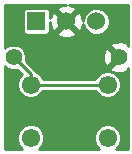
<source format=gtl>
G04 (created by PCBNEW (2013-05-31 BZR 4019)-stable) date 7/6/2014 3:12:14 PM*
%MOIN*%
G04 Gerber Fmt 3.4, Leading zero omitted, Abs format*
%FSLAX34Y34*%
G01*
G70*
G90*
G04 APERTURE LIST*
%ADD10C,0.00590551*%
%ADD11C,0.061*%
%ADD12C,0.055*%
%ADD13R,0.06X0.06*%
%ADD14C,0.06*%
%ADD15C,0.01*%
G04 APERTURE END LIST*
G54D10*
G54D11*
X16580Y-12514D03*
X16580Y-14286D03*
X14020Y-12514D03*
X14020Y-14286D03*
G54D12*
X13450Y-11600D03*
X16950Y-11600D03*
G54D13*
X14200Y-10400D03*
G54D14*
X15200Y-10400D03*
X16200Y-10400D03*
G54D15*
X14020Y-12514D02*
X16580Y-12514D01*
X14020Y-12514D02*
X14020Y-12170D01*
X14020Y-12170D02*
X13450Y-11600D01*
G54D10*
G36*
X17250Y-14650D02*
X17247Y-14650D01*
X16859Y-14650D01*
X16965Y-14544D01*
X17034Y-14376D01*
X17035Y-14195D01*
X16965Y-14028D01*
X16838Y-13900D01*
X16670Y-13831D01*
X16489Y-13830D01*
X16322Y-13900D01*
X16194Y-14027D01*
X16125Y-14195D01*
X16124Y-14376D01*
X16194Y-14543D01*
X16300Y-14650D01*
X14299Y-14650D01*
X14405Y-14544D01*
X14474Y-14376D01*
X14475Y-14195D01*
X14405Y-14028D01*
X14278Y-13900D01*
X14110Y-13831D01*
X13929Y-13830D01*
X13762Y-13900D01*
X13634Y-14027D01*
X13565Y-14195D01*
X13564Y-14376D01*
X13634Y-14543D01*
X13740Y-14650D01*
X13149Y-14650D01*
X13149Y-11900D01*
X13208Y-11960D01*
X13365Y-12024D01*
X13534Y-12025D01*
X13575Y-12008D01*
X13728Y-12161D01*
X13634Y-12255D01*
X13565Y-12423D01*
X13564Y-12604D01*
X13634Y-12771D01*
X13761Y-12899D01*
X13929Y-12968D01*
X14110Y-12969D01*
X14277Y-12899D01*
X14405Y-12772D01*
X14429Y-12714D01*
X16170Y-12714D01*
X16194Y-12771D01*
X16321Y-12899D01*
X16489Y-12968D01*
X16670Y-12969D01*
X16837Y-12899D01*
X16965Y-12772D01*
X17034Y-12604D01*
X17035Y-12423D01*
X16965Y-12256D01*
X16838Y-12128D01*
X16670Y-12059D01*
X16489Y-12058D01*
X16322Y-12128D01*
X16194Y-12255D01*
X16170Y-12314D01*
X15515Y-12314D01*
X15515Y-10785D01*
X15200Y-10470D01*
X15129Y-10541D01*
X15129Y-10400D01*
X14814Y-10084D01*
X14718Y-10112D01*
X14650Y-10304D01*
X14650Y-10070D01*
X14627Y-10015D01*
X14585Y-9972D01*
X14529Y-9950D01*
X14470Y-9949D01*
X13870Y-9949D01*
X13815Y-9972D01*
X13772Y-10014D01*
X13750Y-10070D01*
X13749Y-10129D01*
X13749Y-10729D01*
X13772Y-10784D01*
X13814Y-10827D01*
X13870Y-10849D01*
X13929Y-10850D01*
X14529Y-10850D01*
X14584Y-10827D01*
X14627Y-10785D01*
X14649Y-10729D01*
X14650Y-10670D01*
X14650Y-10414D01*
X14656Y-10536D01*
X14718Y-10687D01*
X14814Y-10715D01*
X15129Y-10400D01*
X15129Y-10541D01*
X14884Y-10785D01*
X14912Y-10881D01*
X15118Y-10954D01*
X15336Y-10943D01*
X15487Y-10881D01*
X15515Y-10785D01*
X15515Y-12314D01*
X14429Y-12314D01*
X14405Y-12256D01*
X14278Y-12128D01*
X14205Y-12098D01*
X14204Y-12093D01*
X14204Y-12093D01*
X14161Y-12028D01*
X14161Y-12028D01*
X13858Y-11725D01*
X13874Y-11684D01*
X13875Y-11515D01*
X13810Y-11359D01*
X13691Y-11239D01*
X13534Y-11175D01*
X13365Y-11174D01*
X13209Y-11239D01*
X13149Y-11299D01*
X13149Y-9849D01*
X15192Y-9849D01*
X15063Y-9856D01*
X14912Y-9918D01*
X14884Y-10014D01*
X15200Y-10329D01*
X15515Y-10014D01*
X15487Y-9918D01*
X15294Y-9849D01*
X17250Y-9849D01*
X17250Y-11228D01*
X17247Y-11232D01*
X17222Y-11139D01*
X17025Y-11070D01*
X16817Y-11081D01*
X16677Y-11139D01*
X16652Y-11232D01*
X16950Y-11529D01*
X16955Y-11523D01*
X17026Y-11594D01*
X17020Y-11600D01*
X17026Y-11605D01*
X16955Y-11676D01*
X16950Y-11670D01*
X16879Y-11741D01*
X16879Y-11600D01*
X16650Y-11370D01*
X16650Y-10310D01*
X16581Y-10145D01*
X16455Y-10018D01*
X16289Y-9950D01*
X16110Y-9949D01*
X15945Y-10018D01*
X15818Y-10144D01*
X15750Y-10310D01*
X15750Y-10386D01*
X15743Y-10263D01*
X15681Y-10112D01*
X15585Y-10084D01*
X15270Y-10400D01*
X15585Y-10715D01*
X15681Y-10687D01*
X15751Y-10492D01*
X15818Y-10654D01*
X15944Y-10781D01*
X16110Y-10849D01*
X16289Y-10850D01*
X16454Y-10781D01*
X16581Y-10655D01*
X16649Y-10489D01*
X16650Y-10310D01*
X16650Y-11370D01*
X16582Y-11302D01*
X16489Y-11327D01*
X16420Y-11524D01*
X16431Y-11732D01*
X16489Y-11872D01*
X16582Y-11897D01*
X16879Y-11600D01*
X16879Y-11741D01*
X16652Y-11967D01*
X16677Y-12060D01*
X16874Y-12129D01*
X17082Y-12118D01*
X17222Y-12060D01*
X17247Y-11967D01*
X17247Y-11967D01*
X17250Y-11971D01*
X17250Y-14650D01*
X17250Y-14650D01*
G37*
G54D15*
X17250Y-14650D02*
X17247Y-14650D01*
X16859Y-14650D01*
X16965Y-14544D01*
X17034Y-14376D01*
X17035Y-14195D01*
X16965Y-14028D01*
X16838Y-13900D01*
X16670Y-13831D01*
X16489Y-13830D01*
X16322Y-13900D01*
X16194Y-14027D01*
X16125Y-14195D01*
X16124Y-14376D01*
X16194Y-14543D01*
X16300Y-14650D01*
X14299Y-14650D01*
X14405Y-14544D01*
X14474Y-14376D01*
X14475Y-14195D01*
X14405Y-14028D01*
X14278Y-13900D01*
X14110Y-13831D01*
X13929Y-13830D01*
X13762Y-13900D01*
X13634Y-14027D01*
X13565Y-14195D01*
X13564Y-14376D01*
X13634Y-14543D01*
X13740Y-14650D01*
X13149Y-14650D01*
X13149Y-11900D01*
X13208Y-11960D01*
X13365Y-12024D01*
X13534Y-12025D01*
X13575Y-12008D01*
X13728Y-12161D01*
X13634Y-12255D01*
X13565Y-12423D01*
X13564Y-12604D01*
X13634Y-12771D01*
X13761Y-12899D01*
X13929Y-12968D01*
X14110Y-12969D01*
X14277Y-12899D01*
X14405Y-12772D01*
X14429Y-12714D01*
X16170Y-12714D01*
X16194Y-12771D01*
X16321Y-12899D01*
X16489Y-12968D01*
X16670Y-12969D01*
X16837Y-12899D01*
X16965Y-12772D01*
X17034Y-12604D01*
X17035Y-12423D01*
X16965Y-12256D01*
X16838Y-12128D01*
X16670Y-12059D01*
X16489Y-12058D01*
X16322Y-12128D01*
X16194Y-12255D01*
X16170Y-12314D01*
X15515Y-12314D01*
X15515Y-10785D01*
X15200Y-10470D01*
X15129Y-10541D01*
X15129Y-10400D01*
X14814Y-10084D01*
X14718Y-10112D01*
X14650Y-10304D01*
X14650Y-10070D01*
X14627Y-10015D01*
X14585Y-9972D01*
X14529Y-9950D01*
X14470Y-9949D01*
X13870Y-9949D01*
X13815Y-9972D01*
X13772Y-10014D01*
X13750Y-10070D01*
X13749Y-10129D01*
X13749Y-10729D01*
X13772Y-10784D01*
X13814Y-10827D01*
X13870Y-10849D01*
X13929Y-10850D01*
X14529Y-10850D01*
X14584Y-10827D01*
X14627Y-10785D01*
X14649Y-10729D01*
X14650Y-10670D01*
X14650Y-10414D01*
X14656Y-10536D01*
X14718Y-10687D01*
X14814Y-10715D01*
X15129Y-10400D01*
X15129Y-10541D01*
X14884Y-10785D01*
X14912Y-10881D01*
X15118Y-10954D01*
X15336Y-10943D01*
X15487Y-10881D01*
X15515Y-10785D01*
X15515Y-12314D01*
X14429Y-12314D01*
X14405Y-12256D01*
X14278Y-12128D01*
X14205Y-12098D01*
X14204Y-12093D01*
X14204Y-12093D01*
X14161Y-12028D01*
X14161Y-12028D01*
X13858Y-11725D01*
X13874Y-11684D01*
X13875Y-11515D01*
X13810Y-11359D01*
X13691Y-11239D01*
X13534Y-11175D01*
X13365Y-11174D01*
X13209Y-11239D01*
X13149Y-11299D01*
X13149Y-9849D01*
X15192Y-9849D01*
X15063Y-9856D01*
X14912Y-9918D01*
X14884Y-10014D01*
X15200Y-10329D01*
X15515Y-10014D01*
X15487Y-9918D01*
X15294Y-9849D01*
X17250Y-9849D01*
X17250Y-11228D01*
X17247Y-11232D01*
X17222Y-11139D01*
X17025Y-11070D01*
X16817Y-11081D01*
X16677Y-11139D01*
X16652Y-11232D01*
X16950Y-11529D01*
X16955Y-11523D01*
X17026Y-11594D01*
X17020Y-11600D01*
X17026Y-11605D01*
X16955Y-11676D01*
X16950Y-11670D01*
X16879Y-11741D01*
X16879Y-11600D01*
X16650Y-11370D01*
X16650Y-10310D01*
X16581Y-10145D01*
X16455Y-10018D01*
X16289Y-9950D01*
X16110Y-9949D01*
X15945Y-10018D01*
X15818Y-10144D01*
X15750Y-10310D01*
X15750Y-10386D01*
X15743Y-10263D01*
X15681Y-10112D01*
X15585Y-10084D01*
X15270Y-10400D01*
X15585Y-10715D01*
X15681Y-10687D01*
X15751Y-10492D01*
X15818Y-10654D01*
X15944Y-10781D01*
X16110Y-10849D01*
X16289Y-10850D01*
X16454Y-10781D01*
X16581Y-10655D01*
X16649Y-10489D01*
X16650Y-10310D01*
X16650Y-11370D01*
X16582Y-11302D01*
X16489Y-11327D01*
X16420Y-11524D01*
X16431Y-11732D01*
X16489Y-11872D01*
X16582Y-11897D01*
X16879Y-11600D01*
X16879Y-11741D01*
X16652Y-11967D01*
X16677Y-12060D01*
X16874Y-12129D01*
X17082Y-12118D01*
X17222Y-12060D01*
X17247Y-11967D01*
X17247Y-11967D01*
X17250Y-11971D01*
X17250Y-14650D01*
M02*

</source>
